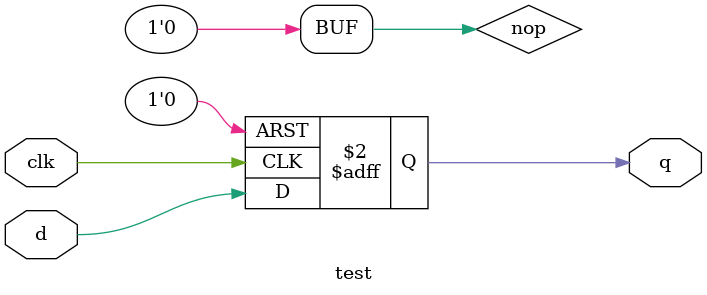
<source format=v>
module test (
	input clk, d,
	output reg q
);
wire nop = 1'h0;
always @(posedge clk, posedge nop) begin
	if (nop) q <= 1'b0;
	else q <= d;
end
endmodule

</source>
